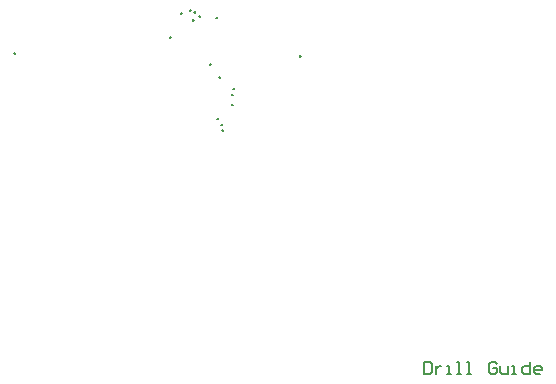
<source format=gbr>
G04 Layer_Color=128*
%FSLAX45Y45*%
%MOMM*%
%TF.FileFunction,Drillmap*%
%TF.Part,Single*%
%TFFileComment,The blind Vias under BGA and Other Pads are Via-In-Pad (VIP)*%
G01*
G75*
%TA.AperFunction,NonConductor*%
%ADD39C,0.15000*%
%ADD155C,0.12700*%
D39*
X3599430Y-2822042D02*
Y-2922009D01*
X3649414D01*
X3666075Y-2905348D01*
Y-2838703D01*
X3649414Y-2822042D01*
X3599430D01*
X3699398Y-2855364D02*
Y-2922009D01*
Y-2888687D01*
X3716060Y-2872025D01*
X3732721Y-2855364D01*
X3749382D01*
X3799366Y-2922009D02*
X3832689D01*
X3816027D01*
Y-2855364D01*
X3799366D01*
X3882672Y-2922009D02*
X3915995D01*
X3899334D01*
Y-2822042D01*
X3882672D01*
X3965979Y-2922009D02*
X3999301D01*
X3982640D01*
Y-2822042D01*
X3965979D01*
X4215898Y-2838703D02*
X4199237Y-2822042D01*
X4165914D01*
X4149253Y-2838703D01*
Y-2905348D01*
X4165914Y-2922009D01*
X4199237D01*
X4215898Y-2905348D01*
Y-2872025D01*
X4182576D01*
X4249221Y-2855364D02*
Y-2905348D01*
X4265882Y-2922009D01*
X4315866D01*
Y-2855364D01*
X4349189Y-2922009D02*
X4382511D01*
X4365850D01*
Y-2855364D01*
X4349189D01*
X4499140Y-2822042D02*
Y-2922009D01*
X4449156D01*
X4432495Y-2905348D01*
Y-2872025D01*
X4449156Y-2855364D01*
X4499140D01*
X4582447Y-2922009D02*
X4549124D01*
X4532463Y-2905348D01*
Y-2872025D01*
X4549124Y-2855364D01*
X4582447D01*
X4599108Y-2872025D01*
Y-2888687D01*
X4532463D01*
D155*
X1450576Y-70182D02*
X1460576D01*
X1455576Y-75182D02*
Y-65182D01*
X1696807Y107098D02*
X1706807D01*
X1701807Y102098D02*
Y112098D01*
X1541968Y131474D02*
X1551968D01*
X1546968Y126474D02*
Y136474D01*
X1642455Y74459D02*
X1652455D01*
X1647455Y69459D02*
Y79459D01*
X1869000Y-410000D02*
X1879000D01*
X1874000Y-415000D02*
Y-405000D01*
X1843545Y94137D02*
X1853545D01*
X1848545Y89137D02*
Y99137D01*
X1787250Y-298731D02*
X1797250D01*
X1792250Y-303731D02*
Y-293731D01*
X1617236Y158269D02*
X1627236D01*
X1622236Y153269D02*
Y163269D01*
X1657235Y141959D02*
X1667235D01*
X1662235Y136959D02*
Y146959D01*
X2548157Y-229942D02*
X2558157D01*
X2553157Y-234942D02*
Y-224942D01*
X1892740Y-860000D02*
X1902740D01*
X1897740Y-865000D02*
Y-855000D01*
X1972400Y-643860D02*
X1982400D01*
X1977400Y-648860D02*
Y-638860D01*
X1882860Y-810000D02*
X1892860D01*
X1887860Y-815000D02*
Y-805000D01*
X1972400Y-558100D02*
X1982400D01*
X1977400Y-563100D02*
Y-553100D01*
X1850770Y-760000D02*
X1860770D01*
X1855770Y-765000D02*
Y-755000D01*
X1985739Y-506900D02*
X1995739D01*
X1990739Y-511900D02*
Y-501900D01*
X130629Y-208616D02*
X140629D01*
X135629Y-213616D02*
Y-203616D01*
%TF.MD5,81d591ac069e260b37a32c8ed53c7393*%
M02*

</source>
